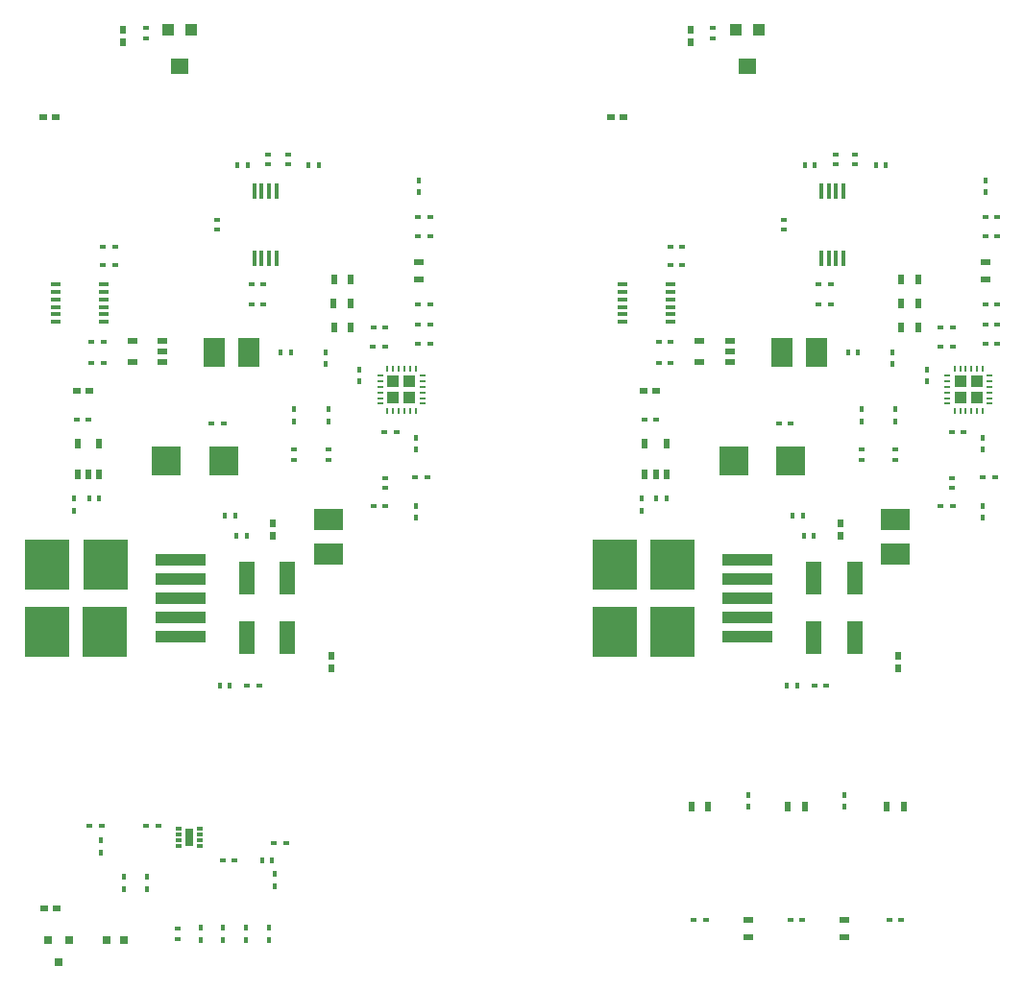
<source format=gbr>
G04 #@! TF.FileFunction,Paste,Top*
%FSLAX46Y46*%
G04 Gerber Fmt 4.6, Leading zero omitted, Abs format (unit mm)*
G04 Created by KiCad (PCBNEW 4.0.6-e0-6349~53~ubuntu16.04.1) date Thu Jul 27 22:11:15 2017*
%MOMM*%
%LPD*%
G01*
G04 APERTURE LIST*
%ADD10C,0.100000*%
%ADD11R,2.500000X1.950000*%
%ADD12R,1.950000X2.500000*%
%ADD13R,2.550000X2.500000*%
%ADD14R,0.600000X0.800000*%
%ADD15R,0.450000X1.450000*%
%ADD16R,0.360000X0.560000*%
%ADD17R,0.560000X0.360000*%
%ADD18R,0.500000X0.900000*%
%ADD19R,0.900000X0.500000*%
%ADD20R,0.500000X0.400000*%
%ADD21R,0.400000X0.500000*%
%ADD22R,4.000000X4.500000*%
%ADD23R,4.500000X1.000000*%
%ADD24R,1.100000X1.100000*%
%ADD25R,1.500000X1.400000*%
%ADD26R,0.800000X0.600000*%
%ADD27R,1.400000X2.900000*%
%ADD28R,0.889000X0.420000*%
%ADD29R,0.480000X0.840000*%
%ADD30R,0.840000X0.480000*%
%ADD31R,0.640000X0.720000*%
%ADD32R,0.700000X0.650000*%
%ADD33R,0.600000X0.300000*%
%ADD34R,0.800000X1.600000*%
%ADD35R,1.090000X1.090000*%
%ADD36R,0.225000X0.493000*%
%ADD37R,0.493000X0.225000*%
G04 APERTURE END LIST*
D10*
D11*
X133250000Y-96975000D03*
X133250000Y-100025000D03*
D12*
X126275000Y-82250000D03*
X123225000Y-82250000D03*
D13*
X124025000Y-91750000D03*
X118975000Y-91750000D03*
D14*
X133500000Y-110050000D03*
X133500000Y-108950000D03*
D15*
X126725000Y-73900000D03*
X127375000Y-73900000D03*
X128025000Y-73900000D03*
X128675000Y-73900000D03*
X128675000Y-68000000D03*
X128025000Y-68000000D03*
X127375000Y-68000000D03*
X126725000Y-68000000D03*
D16*
X129050000Y-82250000D03*
X129950000Y-82250000D03*
D17*
X133250000Y-90800000D03*
X133250000Y-91700000D03*
X130250000Y-90800000D03*
X130250000Y-91700000D03*
X138250000Y-93300000D03*
X138250000Y-94200000D03*
D18*
X133750000Y-80000000D03*
X135250000Y-80000000D03*
X133742381Y-77875000D03*
X135242381Y-77875000D03*
X133750000Y-75750000D03*
X135250000Y-75750000D03*
D19*
X141200000Y-74250000D03*
X141200000Y-75750000D03*
D20*
X137200000Y-81750000D03*
X138300000Y-81750000D03*
X140900000Y-93250000D03*
X142000000Y-93250000D03*
D21*
X141200000Y-67025000D03*
X141200000Y-68075000D03*
D20*
X141175000Y-70250000D03*
X142225000Y-70250000D03*
X141175000Y-72000000D03*
X142225000Y-72000000D03*
X137225000Y-80000000D03*
X138275000Y-80000000D03*
X141175000Y-78000000D03*
X142225000Y-78000000D03*
X141175000Y-79750000D03*
X142225000Y-79750000D03*
X141175000Y-81500000D03*
X142225000Y-81500000D03*
X126475000Y-78000000D03*
X127525000Y-78000000D03*
D21*
X133000000Y-82225000D03*
X133000000Y-83275000D03*
X136000000Y-84775000D03*
X136000000Y-83725000D03*
X130250000Y-87225000D03*
X130250000Y-88275000D03*
X140950000Y-89725000D03*
X140950000Y-90775000D03*
D20*
X124025000Y-88500000D03*
X122975000Y-88500000D03*
X139275000Y-89250000D03*
X138225000Y-89250000D03*
D21*
X140950000Y-95725000D03*
X140950000Y-96775000D03*
D20*
X138275000Y-95750000D03*
X137225000Y-95750000D03*
D22*
X108475000Y-100895000D03*
X113625000Y-100955000D03*
X108515000Y-106865000D03*
D23*
X120205000Y-100475000D03*
X120205000Y-102175000D03*
X120205000Y-105575000D03*
X120205000Y-103875000D03*
X120205000Y-107275000D03*
D22*
X113575000Y-106875000D03*
D20*
X114450000Y-74525000D03*
X113400000Y-74525000D03*
D24*
X121175000Y-53775000D03*
X119175000Y-53775000D03*
D25*
X120175000Y-57025000D03*
D16*
X125075000Y-96625000D03*
X124175000Y-96625000D03*
X126075000Y-98375000D03*
X125175000Y-98375000D03*
X124575000Y-111625000D03*
X123675000Y-111625000D03*
X112175000Y-95125000D03*
X113075000Y-95125000D03*
D17*
X129700000Y-64750000D03*
X129700000Y-65650000D03*
X127950000Y-64750000D03*
X127950000Y-65650000D03*
D16*
X131500000Y-65700000D03*
X132400000Y-65700000D03*
X126150000Y-65700000D03*
X125250000Y-65700000D03*
D17*
X123450000Y-70500000D03*
X123450000Y-71400000D03*
X117175000Y-53625000D03*
X117175000Y-54525000D03*
D14*
X128375000Y-98425000D03*
X128375000Y-97325000D03*
D26*
X111075000Y-85625000D03*
X112175000Y-85625000D03*
X108150000Y-61500000D03*
X109250000Y-61500000D03*
D14*
X115175000Y-53775000D03*
X115175000Y-54875000D03*
D20*
X114450000Y-72925000D03*
X113400000Y-72925000D03*
D27*
X126075000Y-102125000D03*
X129675000Y-102125000D03*
D20*
X111100000Y-88125000D03*
X112150000Y-88125000D03*
D27*
X126075000Y-107375000D03*
X129675000Y-107375000D03*
D20*
X126100000Y-111625000D03*
X127150000Y-111625000D03*
D21*
X110875000Y-95100000D03*
X110875000Y-96150000D03*
D20*
X113450000Y-81325000D03*
X112400000Y-81325000D03*
X113450000Y-83125000D03*
X112400000Y-83125000D03*
X127525000Y-76250000D03*
X126475000Y-76250000D03*
D28*
X109219500Y-76250000D03*
X109219500Y-76900000D03*
X109219500Y-77550000D03*
X109219500Y-78200000D03*
X109219500Y-78850000D03*
X109219500Y-79500000D03*
X113430500Y-79500000D03*
X113430500Y-78850000D03*
X113430500Y-78200000D03*
X113430500Y-77550000D03*
X113430500Y-76900000D03*
X113430500Y-76250000D03*
D29*
X112125000Y-92975000D03*
X111175000Y-92975000D03*
X113075000Y-92975000D03*
X113075000Y-90275000D03*
X111175000Y-90275000D03*
D30*
X118675000Y-82125000D03*
X118675000Y-83075000D03*
X118675000Y-81175000D03*
X115975000Y-81175000D03*
X115975000Y-83075000D03*
D21*
X133250000Y-87225000D03*
X133250000Y-88275000D03*
X183250000Y-87225000D03*
X183250000Y-88275000D03*
D20*
X113275000Y-124000000D03*
X112225000Y-124000000D03*
D21*
X117250000Y-128475000D03*
X117250000Y-129525000D03*
X124000000Y-134025000D03*
X124000000Y-132975000D03*
X115250000Y-128475000D03*
X115250000Y-129525000D03*
X122000000Y-134025000D03*
X122000000Y-132975000D03*
D20*
X125025000Y-127000000D03*
X123975000Y-127000000D03*
D21*
X126000000Y-134025000D03*
X126000000Y-132975000D03*
X128000000Y-134025000D03*
X128000000Y-132975000D03*
D20*
X129525000Y-125500000D03*
X128475000Y-125500000D03*
D21*
X113250000Y-125200000D03*
X113250000Y-126300000D03*
D20*
X118300000Y-124000000D03*
X117200000Y-124000000D03*
D21*
X128500000Y-129300000D03*
X128500000Y-128200000D03*
D31*
X109500000Y-136000000D03*
X110460000Y-134000000D03*
X108550000Y-134000000D03*
D32*
X113750000Y-134000000D03*
X115250000Y-134000000D03*
D17*
X120000000Y-133950000D03*
X120000000Y-133050000D03*
D16*
X128325000Y-127000000D03*
X127425000Y-127000000D03*
D30*
X168675000Y-82125000D03*
X168675000Y-83075000D03*
X168675000Y-81175000D03*
X165975000Y-81175000D03*
X165975000Y-83075000D03*
D29*
X162125000Y-92975000D03*
X161175000Y-92975000D03*
X163075000Y-92975000D03*
X163075000Y-90275000D03*
X161175000Y-90275000D03*
D28*
X159219500Y-76250000D03*
X159219500Y-76900000D03*
X159219500Y-77550000D03*
X159219500Y-78200000D03*
X159219500Y-78850000D03*
X159219500Y-79500000D03*
X163430500Y-79500000D03*
X163430500Y-78850000D03*
X163430500Y-78200000D03*
X163430500Y-77550000D03*
X163430500Y-76900000D03*
X163430500Y-76250000D03*
D33*
X120100000Y-124250000D03*
X120100000Y-124750000D03*
X120100000Y-125250000D03*
X120100000Y-125750000D03*
X121900000Y-125750000D03*
X121900000Y-125250000D03*
X121900000Y-124750000D03*
X121900000Y-124250000D03*
D34*
X121000000Y-125000000D03*
D20*
X166525000Y-132250000D03*
X165475000Y-132250000D03*
D21*
X170250000Y-122275000D03*
X170250000Y-121225000D03*
D20*
X175025000Y-132250000D03*
X173975000Y-132250000D03*
D21*
X178750000Y-122275000D03*
X178750000Y-121225000D03*
D20*
X183775000Y-132250000D03*
X182725000Y-132250000D03*
D18*
X166750000Y-122250000D03*
X165250000Y-122250000D03*
D19*
X170250000Y-132250000D03*
X170250000Y-133750000D03*
D18*
X175250000Y-122250000D03*
X173750000Y-122250000D03*
D19*
X178750000Y-132250000D03*
X178750000Y-133750000D03*
D18*
X184000000Y-122250000D03*
X182500000Y-122250000D03*
D20*
X177525000Y-76250000D03*
X176475000Y-76250000D03*
X163450000Y-83125000D03*
X162400000Y-83125000D03*
X163450000Y-81325000D03*
X162400000Y-81325000D03*
D21*
X160875000Y-95100000D03*
X160875000Y-96150000D03*
D20*
X176100000Y-111625000D03*
X177150000Y-111625000D03*
D27*
X176075000Y-107375000D03*
X179675000Y-107375000D03*
D20*
X161100000Y-88125000D03*
X162150000Y-88125000D03*
D27*
X176075000Y-102125000D03*
X179675000Y-102125000D03*
D20*
X164450000Y-72925000D03*
X163400000Y-72925000D03*
D14*
X165175000Y-53775000D03*
X165175000Y-54875000D03*
D26*
X158150000Y-61500000D03*
X159250000Y-61500000D03*
X161075000Y-85625000D03*
X162175000Y-85625000D03*
D14*
X178375000Y-98425000D03*
X178375000Y-97325000D03*
D17*
X167175000Y-53625000D03*
X167175000Y-54525000D03*
X173450000Y-70500000D03*
X173450000Y-71400000D03*
D16*
X176150000Y-65700000D03*
X175250000Y-65700000D03*
X181500000Y-65700000D03*
X182400000Y-65700000D03*
D17*
X177950000Y-64750000D03*
X177950000Y-65650000D03*
X179700000Y-64750000D03*
X179700000Y-65650000D03*
D16*
X162175000Y-95125000D03*
X163075000Y-95125000D03*
X174575000Y-111625000D03*
X173675000Y-111625000D03*
X176075000Y-98375000D03*
X175175000Y-98375000D03*
X175075000Y-96625000D03*
X174175000Y-96625000D03*
D24*
X171175000Y-53775000D03*
X169175000Y-53775000D03*
D25*
X170175000Y-57025000D03*
D20*
X164450000Y-74525000D03*
X163400000Y-74525000D03*
D22*
X158475000Y-100895000D03*
X163625000Y-100955000D03*
X158515000Y-106865000D03*
D23*
X170205000Y-100475000D03*
X170205000Y-102175000D03*
X170205000Y-105575000D03*
X170205000Y-103875000D03*
X170205000Y-107275000D03*
D22*
X163575000Y-106875000D03*
D20*
X188275000Y-95750000D03*
X187225000Y-95750000D03*
D21*
X190950000Y-95725000D03*
X190950000Y-96775000D03*
D20*
X189275000Y-89250000D03*
X188225000Y-89250000D03*
X174025000Y-88500000D03*
X172975000Y-88500000D03*
D21*
X190950000Y-89725000D03*
X190950000Y-90775000D03*
X180250000Y-87225000D03*
X180250000Y-88275000D03*
X186000000Y-84775000D03*
X186000000Y-83725000D03*
X183000000Y-82225000D03*
X183000000Y-83275000D03*
D20*
X176475000Y-78000000D03*
X177525000Y-78000000D03*
X191175000Y-81500000D03*
X192225000Y-81500000D03*
X191175000Y-79750000D03*
X192225000Y-79750000D03*
X191175000Y-78000000D03*
X192225000Y-78000000D03*
X187225000Y-80000000D03*
X188275000Y-80000000D03*
X191175000Y-72000000D03*
X192225000Y-72000000D03*
X191175000Y-70250000D03*
X192225000Y-70250000D03*
D21*
X191200000Y-67025000D03*
X191200000Y-68075000D03*
D20*
X190900000Y-93250000D03*
X192000000Y-93250000D03*
X187200000Y-81750000D03*
X188300000Y-81750000D03*
D19*
X191200000Y-74250000D03*
X191200000Y-75750000D03*
D18*
X183750000Y-75750000D03*
X185250000Y-75750000D03*
X183742381Y-77875000D03*
X185242381Y-77875000D03*
X183750000Y-80000000D03*
X185250000Y-80000000D03*
D17*
X188250000Y-93300000D03*
X188250000Y-94200000D03*
X180250000Y-90800000D03*
X180250000Y-91700000D03*
X183250000Y-90800000D03*
X183250000Y-91700000D03*
D16*
X179050000Y-82250000D03*
X179950000Y-82250000D03*
D15*
X176725000Y-73900000D03*
X177375000Y-73900000D03*
X178025000Y-73900000D03*
X178675000Y-73900000D03*
X178675000Y-68000000D03*
X178025000Y-68000000D03*
X177375000Y-68000000D03*
X176725000Y-68000000D03*
D26*
X108200000Y-131250000D03*
X109300000Y-131250000D03*
D14*
X183500000Y-110050000D03*
X183500000Y-108950000D03*
D13*
X174025000Y-91750000D03*
X168975000Y-91750000D03*
D12*
X176275000Y-82250000D03*
X173225000Y-82250000D03*
D11*
X183250000Y-96975000D03*
X183250000Y-100025000D03*
D35*
X190425000Y-86225000D03*
X188975000Y-86225000D03*
X188975000Y-84775000D03*
D36*
X190950000Y-87364000D03*
X190450000Y-87364000D03*
X189950000Y-87364000D03*
X189450000Y-87364000D03*
X188950000Y-87364000D03*
X188450000Y-87364000D03*
X188450000Y-83636000D03*
X188950000Y-83636000D03*
X189450000Y-83636000D03*
X190950000Y-83636000D03*
X190450000Y-83636000D03*
D37*
X187836000Y-84250000D03*
X187836000Y-84750000D03*
X187836000Y-85250000D03*
X187836000Y-85750000D03*
X187836000Y-86250000D03*
X187836000Y-86750000D03*
X191564000Y-86750000D03*
X191564000Y-86250000D03*
X191564000Y-85750000D03*
X191564000Y-84250000D03*
X191564000Y-84750000D03*
X191564000Y-85250000D03*
D36*
X189950000Y-83636000D03*
D35*
X190425000Y-84775000D03*
X140425000Y-86225000D03*
X138975000Y-86225000D03*
X138975000Y-84775000D03*
D36*
X140950000Y-87364000D03*
X140450000Y-87364000D03*
X139950000Y-87364000D03*
X139450000Y-87364000D03*
X138950000Y-87364000D03*
X138450000Y-87364000D03*
X138450000Y-83636000D03*
X138950000Y-83636000D03*
X139450000Y-83636000D03*
X140950000Y-83636000D03*
X140450000Y-83636000D03*
D37*
X137836000Y-84250000D03*
X137836000Y-84750000D03*
X137836000Y-85250000D03*
X137836000Y-85750000D03*
X137836000Y-86250000D03*
X137836000Y-86750000D03*
X141564000Y-86750000D03*
X141564000Y-86250000D03*
X141564000Y-85750000D03*
X141564000Y-84250000D03*
X141564000Y-84750000D03*
X141564000Y-85250000D03*
D36*
X139950000Y-83636000D03*
D35*
X140425000Y-84775000D03*
M02*

</source>
